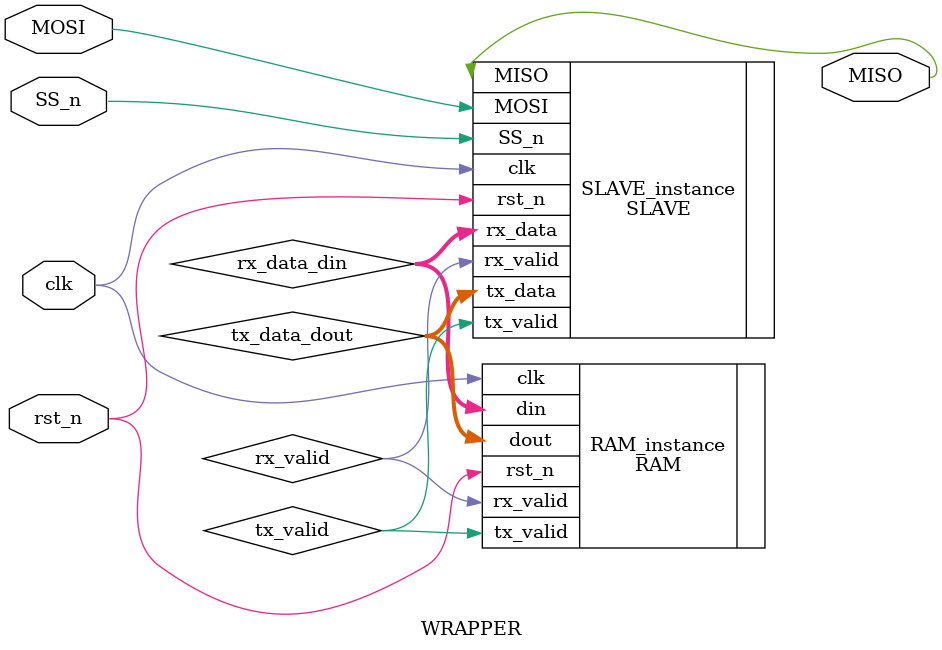
<source format=v>
module WRAPPER (MOSI,MISO,SS_n,clk,rst_n);
input  MOSI, SS_n, clk, rst_n;
output MISO;

wire [9:0] rx_data_din;
wire       rx_valid;
wire       tx_valid;
wire [7:0] tx_data_dout;

SLAVE SLAVE_instance (
    .clk       (clk),
    .rst_n     (rst_n),
    .SS_n      (SS_n),
    .MOSI      (MOSI),
    .MISO      (MISO),
    .tx_data   (tx_data_dout),
    .tx_valid  (tx_valid),
    .rx_data   (rx_data_din),
    .rx_valid  (rx_valid)
);

RAM RAM_instance (
    .din        (rx_data_din),   
    .clk        (clk),
    .rst_n      (rst_n),
    .rx_valid   (rx_valid),
    .dout       (tx_data_dout),   
    .tx_valid   (tx_valid)
);

endmodule


</source>
